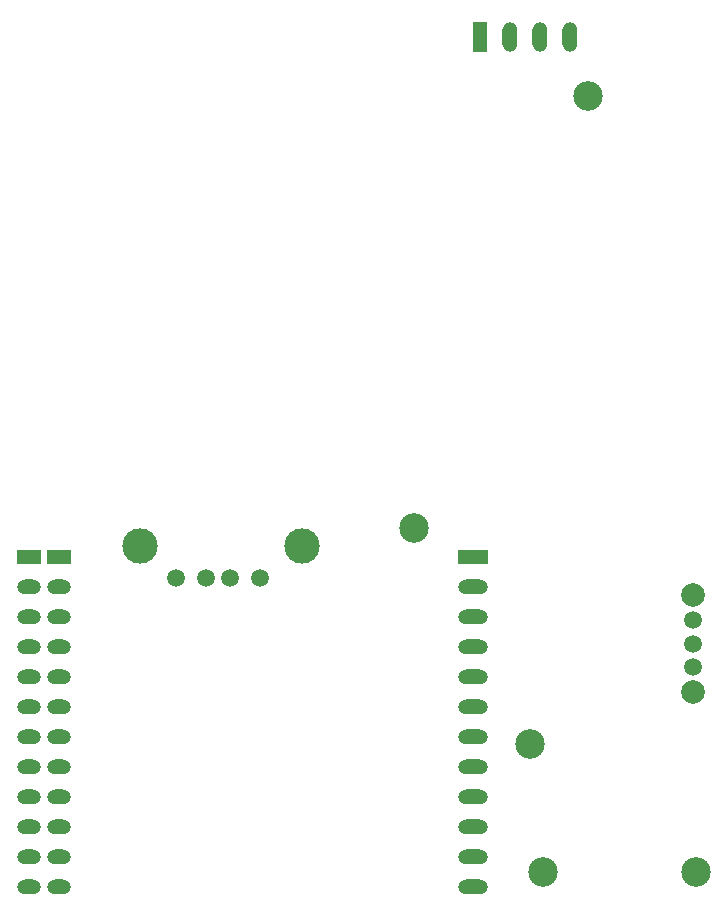
<source format=gbr>
G04 #@! TF.FileFunction,Soldermask,Bot*
%FSLAX46Y46*%
G04 Gerber Fmt 4.6, Leading zero omitted, Abs format (unit mm)*
G04 Created by KiCad (PCBNEW 4.0.6) date Monday, July 30, 2018 'PMt' 08:55:28 PM*
%MOMM*%
%LPD*%
G01*
G04 APERTURE LIST*
%ADD10C,0.100000*%
%ADD11C,1.500000*%
%ADD12C,2.000000*%
%ADD13C,1.501140*%
%ADD14C,2.999740*%
%ADD15R,1.270000X2.540000*%
%ADD16O,1.270000X2.540000*%
%ADD17R,2.000000X1.270000*%
%ADD18O,2.000000X1.270000*%
%ADD19R,2.540000X1.270000*%
%ADD20O,2.540000X1.270000*%
%ADD21C,2.500000*%
G04 APERTURE END LIST*
D10*
D11*
X172059600Y-115385600D03*
X172059600Y-113385600D03*
X172059600Y-111385600D03*
D12*
X172059600Y-117485600D03*
X172059600Y-109285600D03*
D13*
X128269140Y-107799720D03*
X130809140Y-107799720D03*
X132841140Y-107799720D03*
X135381140Y-107799720D03*
D14*
X125221140Y-105132720D03*
X138937140Y-105132720D03*
D15*
X154076400Y-61986800D03*
D16*
X156616400Y-61986800D03*
X159156400Y-61986800D03*
X161696400Y-61986800D03*
D17*
X115874800Y-106019600D03*
D18*
X115874800Y-108559600D03*
X115874800Y-111099600D03*
X115874800Y-113639600D03*
X115874800Y-116179600D03*
X115874800Y-118719600D03*
X115874800Y-121259600D03*
X115874800Y-123799600D03*
X115874800Y-126339600D03*
X115874800Y-128879600D03*
X115874800Y-131419600D03*
X115874800Y-133959600D03*
D19*
X153466800Y-106019600D03*
D20*
X153466800Y-108559600D03*
X153466800Y-111099600D03*
X153466800Y-113639600D03*
X153466800Y-116179600D03*
X153466800Y-118719600D03*
X153466800Y-121259600D03*
X153466800Y-123799600D03*
X153466800Y-126339600D03*
X153466800Y-128879600D03*
X153466800Y-131419600D03*
X153466800Y-133959600D03*
D17*
X118364000Y-106019600D03*
D18*
X118364000Y-108559600D03*
X118364000Y-111099600D03*
X118364000Y-113639600D03*
X118364000Y-116179600D03*
X118364000Y-118719600D03*
X118364000Y-121259600D03*
X118364000Y-123799600D03*
X118364000Y-126339600D03*
X118364000Y-128879600D03*
X118364000Y-131419600D03*
X118364000Y-133959600D03*
D21*
X148488400Y-103632000D03*
X172364400Y-132740400D03*
X163169600Y-67056000D03*
X159410400Y-132740400D03*
X158242000Y-121869200D03*
M02*

</source>
